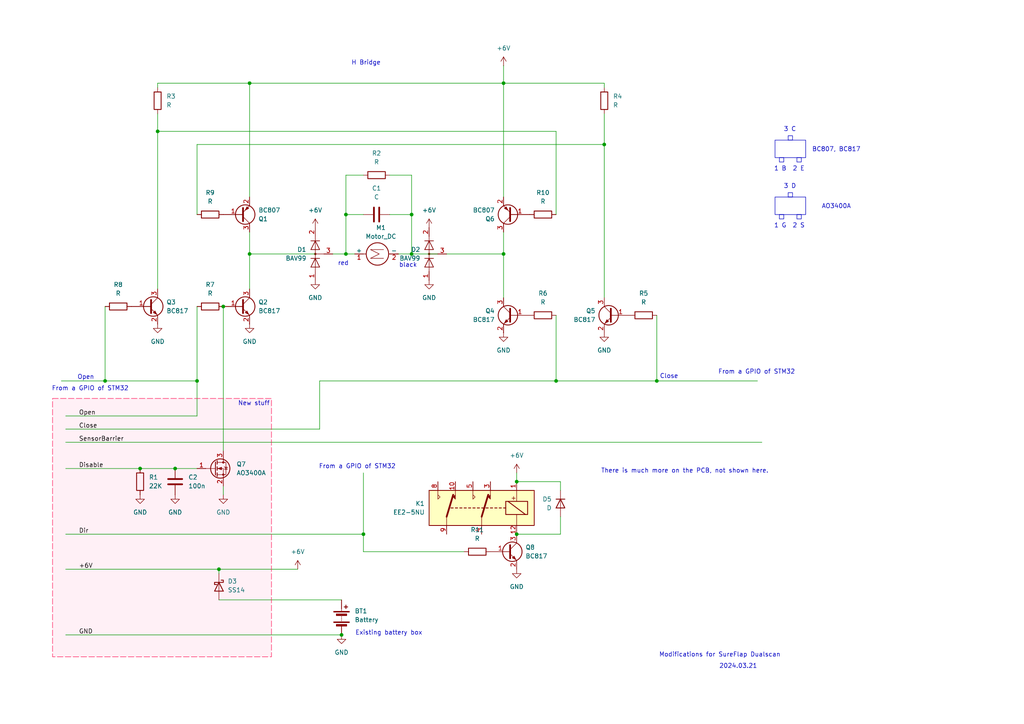
<source format=kicad_sch>
(kicad_sch (version 20231120) (generator "eeschema") (generator_version "8.0")
  (paper "A4")
  (lib_symbols
    (symbol "Device:Battery" (pin_numbers hide) (pin_names (offset 0) hide)
      (property "Reference" "BT" (at 2.54 2.54 0))
      (property "Value" "Battery" (at 2.54 0 0))
      (symbol "Battery_0_1"
        (rectangle (start -2.286 -1.27) (end 2.286 -1.524) (fill (type outline)))
        (rectangle (start -2.286 1.778) (end 2.286 1.524) (fill (type outline)))
        (rectangle (start -1.524 -2.032) (end 1.524 -2.54) (fill (type outline)))
        (rectangle (start -1.524 1.016) (end 1.524 0.508) (fill (type outline)))
        (polyline (pts (xy 0 -1.016) (xy 0 -0.762)))
        (polyline (pts (xy 0 -0.508) (xy 0 -0.254)))
        (polyline (pts (xy 0 0) (xy 0 0.254)))
        (polyline (pts (xy 0 1.778) (xy 0 2.54)))
        (polyline (pts (xy 0.762 3.048) (xy 1.778 3.048)) (stroke (width 0.254)))
        (polyline (pts (xy 1.27 3.556) (xy 1.27 2.54)) (stroke (width 0.254)))
      )
      (symbol "Battery_1_1"
        (pin passive line (at 0 5.08 270) (length 2.54) (name "+") (number "1"))
        (pin passive line (at 0 -5.08 90) (length 2.54) (name "-") (number "2"))
      )
    )
    (symbol "Device:C" (pin_numbers hide) (pin_names (offset 0.254))
      (property "Reference" "C" (at 0.635 2.54 0))
      (property "Value" "C" (at 0.635 -2.54 0))
      (symbol "C_0_1"
        (polyline (pts (xy -2.032 -0.762) (xy 2.032 -0.762)) (stroke (width 0.508)))
        (polyline (pts (xy -2.032 0.762) (xy 2.032 0.762)) (stroke (width 0.508)))
      )
      (symbol "C_1_1"
        (pin passive line (at 0 3.81 270) (length 2.794) (name "~") (number "1"))
        (pin passive line (at 0 -3.81 90) (length 2.794) (name "~") (number "2"))
      )
    )
    (symbol "Device:D" (pin_numbers hide) (pin_names (offset 1.016) hide)
      (property "Reference" "D" (at 0 2.54 0))
      (property "Value" "D" (at 0 -2.54 0))
      (symbol "D_0_1"
        (polyline (pts (xy -1.27 1.27) (xy -1.27 -1.27)) (stroke (width 0.254)))
        (polyline (pts (xy 1.27 0) (xy -1.27 0)))
        (polyline (pts (xy 1.27 1.27) (xy 1.27 -1.27) (xy -1.27 0) (xy 1.27 1.27)) (stroke (width 0.254)))
      )
      (symbol "D_1_1"
        (pin passive line (at -3.81 0 0) (length 2.54) (name "K") (number "1"))
        (pin passive line (at 3.81 0 180) (length 2.54) (name "A") (number "2"))
      )
    )
    (symbol "Device:R" (pin_numbers hide) (pin_names (offset 0))
      (property "Reference" "R" (at 2.032 0 90))
      (property "Value" "R" (at 0 0 90))
      (symbol "R_0_1"
        (rectangle (start -1.016 -2.54) (end 1.016 2.54) (stroke (width 0.254)))
      )
      (symbol "R_1_1"
        (pin passive line (at 0 3.81 270) (length 1.27) (name "~") (number "1"))
        (pin passive line (at 0 -3.81 90) (length 1.27) (name "~") (number "2"))
      )
    )
    (symbol "Diode:BAV99" (pin_names hide)
      (property "Reference" "D" (at 0 5.08 0))
      (property "Value" "BAV99" (at 0 2.54 0))
      (symbol "BAV99_0_1"
        (polyline (pts (xy -5.08 0) (xy 5.08 0)))
      )
      (symbol "BAV99_1_1"
        (polyline (pts (xy 0 0) (xy 0 -2.54)))
        (polyline (pts (xy -1.27 -1.27) (xy -1.27 1.27) (xy -1.27 1.27)) (stroke (width 0.2032)))
        (polyline (pts (xy 3.81 1.27) (xy 3.81 -1.27) (xy 3.81 -1.27)) (stroke (width 0.2032)))
        (polyline (pts (xy -3.81 1.27) (xy -1.27 0) (xy -3.81 -1.27) (xy -3.81 1.27) (xy -3.81 1.27) (xy -3.81 1.27)) (stroke (width 0.2032)))
        (polyline (pts (xy 1.27 1.27) (xy 3.81 0) (xy 1.27 -1.27) (xy 1.27 1.27) (xy 1.27 1.27) (xy 1.27 1.27)) (stroke (width 0.2032)))
        (circle (center 0 0) (radius 0.254) (fill (type outline)))
        (pin passive line (at -7.62 0 0) (length 2.54) (name "K") (number "1"))
        (pin passive line (at 7.62 0 180) (length 2.54) (name "A") (number "2"))
        (pin passive line (at 0 -5.08 90) (length 2.54) (name "K") (number "3"))
      )
    )
    (symbol "Diode:SS14" (pin_numbers hide) (pin_names (offset 1.016) hide)
      (property "Reference" "D" (at 0 2.54 0))
      (property "Value" "SS14" (at 0 -2.54 0))
      (symbol "SS14_0_1"
        (polyline (pts (xy 1.27 0) (xy -1.27 0)))
        (polyline (pts (xy 1.27 1.27) (xy 1.27 -1.27) (xy -1.27 0) (xy 1.27 1.27)) (stroke (width 0.254)))
        (polyline (pts (xy -1.905 0.635) (xy -1.905 1.27) (xy -1.27 1.27) (xy -1.27 -1.27) (xy -0.635 -1.27) (xy -0.635 -0.635)) (stroke (width 0.254)))
      )
      (symbol "SS14_1_1"
        (pin passive line (at -3.81 0 0) (length 2.54) (name "K") (number "1"))
        (pin passive line (at 3.81 0 180) (length 2.54) (name "A") (number "2"))
      )
    )
    (symbol "Motor:Motor_DC" (pin_names (offset 0))
      (property "Reference" "M" (at 2.54 2.54 0))
      (property "Value" "Motor_DC" (at 2.54 -5.08 0))
      (symbol "Motor_DC_0_0"
        (polyline (pts (xy -1.27 -3.302) (xy -1.27 0.508) (xy 0 -2.032) (xy 1.27 0.508) (xy 1.27 -3.302)))
      )
      (symbol "Motor_DC_0_1"
        (circle (center 0 -1.524) (radius 3.2512) (stroke (width 0.254)))
        (polyline (pts (xy 0 -7.62) (xy 0 -7.112)))
        (polyline (pts (xy 0 -4.7752) (xy 0 -5.1816)))
        (polyline (pts (xy 0 1.7272) (xy 0 2.0828)))
        (polyline (pts (xy 0 2.032) (xy 0 2.54)))
      )
      (symbol "Motor_DC_1_1"
        (pin passive line (at 0 5.08 270) (length 2.54) (name "+") (number "1"))
        (pin passive line (at 0 -7.62 90) (length 2.54) (name "-") (number "2"))
      )
    )
    (symbol "Relay:EE2-5NU"
      (property "Reference" "K" (at 15.24 8.89 0))
      (property "Value" "EE2-5NU" (at 19.05 6.35 0))
      (symbol "EE2-5NU_1_1"
        (rectangle (start -15.24 5.08) (end 15.24 -5.08) (stroke (width 0.254)) (fill (type background)))
        (rectangle (start -13.335 1.905) (end -6.985 -1.905) (stroke (width 0.254)))
        (polyline (pts (xy -12.7 -1.905) (xy -7.62 1.905)) (stroke (width 0.254)))
        (polyline (pts (xy -10.16 -5.08) (xy -10.16 -1.905)))
        (polyline (pts (xy -10.16 5.08) (xy -10.16 1.905)))
        (polyline (pts (xy -6.985 0) (xy -6.35 0)) (stroke (width 0.254)))
        (polyline (pts (xy -5.715 0) (xy -5.08 0)) (stroke (width 0.254)))
        (polyline (pts (xy -4.445 0) (xy -3.81 0)) (stroke (width 0.254)))
        (polyline (pts (xy -3.175 0) (xy -2.54 0)) (stroke (width 0.254)))
        (polyline (pts (xy -1.905 0) (xy -1.27 0)) (stroke (width 0.254)))
        (polyline (pts (xy -0.635 0) (xy 0 0)) (stroke (width 0.254)))
        (polyline (pts (xy 0 -2.54) (xy -1.905 3.81)) (stroke (width 0.508)))
        (polyline (pts (xy 0 -2.54) (xy 0 -5.08)))
        (polyline (pts (xy 0.635 0) (xy 1.27 0)) (stroke (width 0.254)))
        (polyline (pts (xy 1.905 0) (xy 2.54 0)) (stroke (width 0.254)))
        (polyline (pts (xy 3.175 0) (xy 3.81 0)) (stroke (width 0.254)))
        (polyline (pts (xy 4.445 0) (xy 5.08 0)) (stroke (width 0.254)))
        (polyline (pts (xy 5.715 0) (xy 6.35 0)) (stroke (width 0.254)))
        (polyline (pts (xy 6.985 0) (xy 7.62 0)) (stroke (width 0.254)))
        (polyline (pts (xy 8.255 0) (xy 8.89 0)) (stroke (width 0.254)))
        (polyline (pts (xy 10.16 -2.54) (xy 8.255 3.81)) (stroke (width 0.508)))
        (polyline (pts (xy 10.16 -2.54) (xy 10.16 -5.08)))
        (polyline (pts (xy -2.54 5.08) (xy -2.54 2.54) (xy -1.905 3.175) (xy -2.54 3.81)) (fill (type outline)))
        (polyline (pts (xy 2.54 5.08) (xy 2.54 2.54) (xy 1.905 3.175) (xy 2.54 3.81)))
        (polyline (pts (xy 7.62 5.08) (xy 7.62 2.54) (xy 8.255 3.175) (xy 7.62 3.81)) (fill (type outline)))
        (polyline (pts (xy 12.7 5.08) (xy 12.7 2.54) (xy 12.065 3.175) (xy 12.7 3.81)))
        (text "+" (at -9.271 2.921 0) (effects (font (size 1.27 1.27))))
        (pin passive line (at -10.16 7.62 270) (length 2.54) (name "~") (number "1"))
        (pin passive line (at 7.62 7.62 270) (length 2.54) (name "~") (number "10"))
        (pin passive line (at -10.16 -7.62 90) (length 2.54) (name "~") (number "12"))
        (pin passive line (at -2.54 7.62 270) (length 2.54) (name "~") (number "3"))
        (pin passive line (at 0 -7.62 90) (length 2.54) (name "~") (number "4"))
        (pin passive line (at 2.54 7.62 270) (length 2.54) (name "~") (number "5"))
        (pin passive line (at 12.7 7.62 270) (length 2.54) (name "~") (number "8"))
        (pin passive line (at 10.16 -7.62 90) (length 2.54) (name "~") (number "9"))
      )
    )
    (symbol "Transistor_BJT:BC807" (pin_names (offset 0) hide)
      (property "Reference" "Q" (at 5.08 1.905 0))
      (property "Value" "BC807" (at 5.08 0 0))
      (symbol "BC807_0_1"
        (polyline (pts (xy 0.635 0.635) (xy 2.54 2.54)))
        (polyline (pts (xy 0.635 -0.635) (xy 2.54 -2.54) (xy 2.54 -2.54)))
        (polyline (pts (xy 0.635 1.905) (xy 0.635 -1.905) (xy 0.635 -1.905)) (stroke (width 0.508)))
        (polyline (pts (xy 2.286 -1.778) (xy 1.778 -2.286) (xy 1.27 -1.27) (xy 2.286 -1.778) (xy 2.286 -1.778)) (fill (type outline)))
        (circle (center 1.27 0) (radius 2.8194) (stroke (width 0.254)))
      )
      (symbol "BC807_1_1"
        (pin input line (at -5.08 0 0) (length 5.715) (name "B") (number "1"))
        (pin passive line (at 2.54 -5.08 90) (length 2.54) (name "E") (number "2"))
        (pin passive line (at 2.54 5.08 270) (length 2.54) (name "C") (number "3"))
      )
    )
    (symbol "Transistor_BJT:BC817" (pin_names (offset 0) hide)
      (property "Reference" "Q" (at 5.08 1.905 0))
      (property "Value" "BC817" (at 5.08 0 0))
      (symbol "BC817_0_1"
        (polyline (pts (xy 0.635 0.635) (xy 2.54 2.54)))
        (polyline (pts (xy 0.635 -0.635) (xy 2.54 -2.54) (xy 2.54 -2.54)))
        (polyline (pts (xy 0.635 1.905) (xy 0.635 -1.905) (xy 0.635 -1.905)) (stroke (width 0.508)))
        (polyline (pts (xy 1.27 -1.778) (xy 1.778 -1.27) (xy 2.286 -2.286) (xy 1.27 -1.778) (xy 1.27 -1.778)) (fill (type outline)))
        (circle (center 1.27 0) (radius 2.8194) (stroke (width 0.254)))
      )
      (symbol "BC817_1_1"
        (pin input line (at -5.08 0 0) (length 5.715) (name "B") (number "1"))
        (pin passive line (at 2.54 -5.08 90) (length 2.54) (name "E") (number "2"))
        (pin passive line (at 2.54 5.08 270) (length 2.54) (name "C") (number "3"))
      )
    )
    (symbol "Transistor_FET:AO3400A" (pin_names hide)
      (property "Reference" "Q" (at 5.08 1.905 0))
      (property "Value" "AO3400A" (at 5.08 0 0))
      (symbol "AO3400A_0_1"
        (polyline (pts (xy 0.254 0) (xy -2.54 0)))
        (polyline (pts (xy 0.254 1.905) (xy 0.254 -1.905)) (stroke (width 0.254)))
        (polyline (pts (xy 0.762 -1.27) (xy 0.762 -2.286)) (stroke (width 0.254)))
        (polyline (pts (xy 0.762 0.508) (xy 0.762 -0.508)) (stroke (width 0.254)))
        (polyline (pts (xy 0.762 2.286) (xy 0.762 1.27)) (stroke (width 0.254)))
        (polyline (pts (xy 2.54 2.54) (xy 2.54 1.778)))
        (polyline (pts (xy 2.54 -2.54) (xy 2.54 0) (xy 0.762 0)))
        (polyline (pts (xy 0.762 -1.778) (xy 3.302 -1.778) (xy 3.302 1.778) (xy 0.762 1.778)))
        (polyline (pts (xy 1.016 0) (xy 2.032 0.381) (xy 2.032 -0.381) (xy 1.016 0)) (fill (type outline)))
        (polyline (pts (xy 2.794 0.508) (xy 2.921 0.381) (xy 3.683 0.381) (xy 3.81 0.254)))
        (polyline (pts (xy 3.302 0.381) (xy 2.921 -0.254) (xy 3.683 -0.254) (xy 3.302 0.381)))
        (circle (center 1.651 0) (radius 2.794) (stroke (width 0.254)))
        (circle (center 2.54 -1.778) (radius 0.254) (fill (type outline)))
        (circle (center 2.54 1.778) (radius 0.254) (fill (type outline)))
      )
      (symbol "AO3400A_1_1"
        (pin input line (at -5.08 0 0) (length 2.54) (name "G") (number "1"))
        (pin passive line (at 2.54 -5.08 90) (length 2.54) (name "S") (number "2"))
        (pin passive line (at 2.54 5.08 270) (length 2.54) (name "D") (number "3"))
      )
    )
    (symbol "power:+6V" (power) (pin_numbers hide) (pin_names (offset 0) hide)
      (property "Value" "+6V" (at 0 3.556 0))
      (symbol "+6V_0_1"
        (polyline (pts (xy -0.762 1.27) (xy 0 2.54)))
        (polyline (pts (xy 0 0) (xy 0 2.54)))
        (polyline (pts (xy 0 2.54) (xy 0.762 1.27)))
      )
      (symbol "+6V_1_1"
        (pin power_in line (at 0 0 90) (length 0) (name "~") (number "1"))
      )
    )
    (symbol "power:GND" (power) (pin_numbers hide) (pin_names (offset 0) hide)
      (property "Value" "GND" (at 0 -3.81 0))
      (symbol "GND_0_1"
        (polyline (pts (xy 0 0) (xy 0 -1.27) (xy 1.27 -1.27) (xy 0 -2.54) (xy -1.27 -1.27) (xy 0 -1.27)))
      )
      (symbol "GND_1_1"
        (pin power_in line (at 0 0 270) (length 0) (name "~") (number "1"))
      )
    )
  )
  (junction (at 149.86 139.7))
  (junction (at 175.26 41.91))
  (junction (at 105.41 154.94))
  (junction (at 146.05 24.13))
  (junction (at 40.64 135.89))
  (junction (at 190.5 110.49))
  (junction (at 50.8 135.89))
  (junction (at 72.39 24.13))
  (junction (at 45.72 38.1))
  (junction (at 100.33 73.66))
  (junction (at 161.29 110.49))
  (junction (at 99.06 184.15))
  (junction (at 72.39 73.66))
  (junction (at 146.05 73.66))
  (junction (at 64.77 88.9))
  (junction (at 149.86 154.94))
  (junction (at 57.15 110.49))
  (junction (at 100.33 62.23))
  (junction (at 119.38 62.23))
  (junction (at 30.48 110.49))
  (junction (at 63.5 165.1))
  (junction (at 119.38 73.66))
  (wire (pts (xy 190.5 91.44) (xy 190.5 110.49)))
  (wire (pts (xy 161.29 110.49) (xy 92.71 110.49)))
  (wire (pts (xy 162.56 139.7) (xy 149.86 139.7)))
  (wire (pts (xy 91.44 73.66) (xy 72.39 73.66)))
  (wire (pts (xy 19.05 184.15) (xy 99.06 184.15)))
  (wire (pts (xy 19.05 154.94) (xy 105.41 154.94)))
  (wire (pts (xy 162.56 149.86) (xy 162.56 154.94)))
  (wire (pts (xy 72.39 24.13) (xy 146.05 24.13)))
  (wire (pts (xy 175.26 41.91) (xy 175.26 86.36)))
  (wire (pts (xy 45.72 38.1) (xy 161.29 38.1)))
  (wire (pts (xy 129.54 73.66) (xy 146.05 73.66)))
  (wire (pts (xy 105.41 137.16) (xy 105.41 154.94)))
  (wire (pts (xy 100.33 73.66) (xy 102.87 73.66)))
  (wire (pts (xy 113.03 62.23) (xy 119.38 62.23)))
  (wire (pts (xy 161.29 38.1) (xy 161.29 62.23)))
  (wire (pts (xy 57.15 110.49) (xy 57.15 120.65)))
  (wire (pts (xy 45.72 24.13) (xy 72.39 24.13)))
  (wire (pts (xy 19.05 165.1) (xy 63.5 165.1)))
  (wire (pts (xy 146.05 24.13) (xy 146.05 57.15)))
  (wire (pts (xy 50.8 135.89) (xy 57.15 135.89)))
  (wire (pts (xy 146.05 24.13) (xy 175.26 24.13)))
  (wire (pts (xy 40.64 135.89) (xy 50.8 135.89)))
  (wire (pts (xy 64.77 143.51) (xy 64.77 140.97)))
  (wire (pts (xy 45.72 33.02) (xy 45.72 38.1)))
  (wire (pts (xy 86.36 165.1) (xy 63.5 165.1)))
  (wire (pts (xy 146.05 67.31) (xy 146.05 73.66)))
  (wire (pts (xy 134.62 160.02) (xy 105.41 160.02)))
  (wire (pts (xy 105.41 160.02) (xy 105.41 154.94)))
  (wire (pts (xy 100.33 50.8) (xy 100.33 62.23)))
  (wire (pts (xy 72.39 73.66) (xy 72.39 67.31)))
  (wire (pts (xy 19.05 128.27) (xy 220.98 128.27)))
  (wire (pts (xy 72.39 24.13) (xy 72.39 57.15)))
  (wire (pts (xy 149.86 137.16) (xy 149.86 139.7)))
  (wire (pts (xy 57.15 41.91) (xy 175.26 41.91)))
  (wire (pts (xy 57.15 88.9) (xy 57.15 110.49)))
  (wire (pts (xy 19.05 124.46) (xy 92.71 124.46)))
  (wire (pts (xy 161.29 91.44) (xy 161.29 110.49)))
  (wire (pts (xy 19.05 135.89) (xy 40.64 135.89)))
  (wire (pts (xy 19.05 120.65) (xy 57.15 120.65)))
  (wire (pts (xy 45.72 38.1) (xy 45.72 83.82)))
  (wire (pts (xy 146.05 73.66) (xy 146.05 86.36)))
  (wire (pts (xy 119.38 62.23) (xy 119.38 73.66)))
  (wire (pts (xy 45.72 24.13) (xy 45.72 25.4)))
  (wire (pts (xy 162.56 142.24) (xy 162.56 139.7)))
  (wire (pts (xy 119.38 73.66) (xy 127 73.66)))
  (wire (pts (xy 100.33 62.23) (xy 105.41 62.23)))
  (wire (pts (xy 92.71 110.49) (xy 92.71 124.46)))
  (wire (pts (xy 30.48 88.9) (xy 30.48 110.49)))
  (wire (pts (xy 64.77 88.9) (xy 64.77 130.81)))
  (wire (pts (xy 162.56 154.94) (xy 149.86 154.94)))
  (wire (pts (xy 146.05 19.05) (xy 146.05 24.13)))
  (wire (pts (xy 96.52 73.66) (xy 100.33 73.66)))
  (wire (pts (xy 17.78 110.49) (xy 30.48 110.49)))
  (wire (pts (xy 161.29 110.49) (xy 190.5 110.49)))
  (wire (pts (xy 30.48 110.49) (xy 57.15 110.49)))
  (wire (pts (xy 119.38 62.23) (xy 119.38 50.8)))
  (wire (pts (xy 57.15 62.23) (xy 57.15 41.91)))
  (wire (pts (xy 99.06 173.99) (xy 63.5 173.99)))
  (wire (pts (xy 100.33 73.66) (xy 100.33 62.23)))
  (wire (pts (xy 63.5 165.1) (xy 63.5 166.37)))
  (wire (pts (xy 119.38 50.8) (xy 113.03 50.8)))
  (wire (pts (xy 105.41 50.8) (xy 100.33 50.8)))
  (wire (pts (xy 175.26 33.02) (xy 175.26 41.91)))
  (wire (pts (xy 190.5 110.49) (xy 219.71 110.49)))
  (wire (pts (xy 72.39 73.66) (xy 72.39 83.82)))
  (wire (pts (xy 115.57 73.66) (xy 119.38 73.66)))
  (wire (pts (xy 175.26 24.13) (xy 175.26 25.4)))
  (rectangle (start 231.14 62.23) (end 232.41 63.5))
  (rectangle (start 228.6 55.88) (end 229.87 57.15))
  (rectangle (start 224.79 57.15) (end 233.68 62.23))
  (rectangle (start 231.14 45.72) (end 232.41 46.99))
  (rectangle (start 224.79 40.64) (end 233.68 45.72))
  (rectangle (start 228.6 39.37) (end 229.87 40.64))
  (rectangle (start 226.06 62.23) (end 227.33 63.5))
  (rectangle (start 226.06 45.72) (end 227.33 46.99))
  (rectangle (start 15.24 115.57) (end 78.74 190.5) (stroke (width 0) (type dash) (color 255 26 91 1)) (fill (type color) (color 255 102 169 0.1)))
  (text "Existing battery box" (at 112.776 183.642 0) (effects (font (size 1.27 1.27))))
  (text "Open" (at 24.892 109.474 0) (effects (font (size 1.27 1.27))))
  (text "2 E" (at 231.648 49.022 0) (effects (font (size 1.27 1.27))))
  (text "2 S" (at 231.648 65.532 0) (effects (font (size 1.27 1.27))))
  (text "1 B" (at 226.314 49.022 0) (effects (font (size 1.27 1.27))))
  (text "black" (at 118.364 76.962 0) (effects (font (size 1.27 1.27))))
  (text "From a GPIO of STM32" (at 219.456 107.95 0) (effects (font (size 1.27 1.27))))
  (text "red" (at 99.568 76.454 0) (effects (font (size 1.27 1.27))))
  (text "From a GPIO of STM32" (at 103.632 135.382 0) (effects (font (size 1.27 1.27))))
  (text "Close" (at 194.056 109.22 0) (effects (font (size 1.27 1.27))))
  (text "2024.03.21" (at 214.122 193.294 0) (effects (font (size 1.27 1.27))))
  (text "BC807, BC817" (at 242.57 43.434 0) (effects (font (size 1.27 1.27))))
  (text "AO3400A" (at 242.57 59.944 0) (effects (font (size 1.27 1.27))))
  (text "H Bridge\n" (at 106.172 18.288 0) (effects (font (size 1.27 1.27))))
  (text "There is much more on the PCB, not shown here." (at 198.628 136.652 0) (effects (font (size 1.27 1.27))))
  (text "Modifications for SureFlap Dualscan" (at 208.788 189.992 0) (effects (font (size 1.27 1.27))))
  (text "New stuff" (at 73.66 117.094 0) (effects (font (size 1.27 1.27))))
  (text "3 C" (at 229.108 37.592 0) (effects (font (size 1.27 1.27))))
  (text "3 D" (at 229.108 54.102 0) (effects (font (size 1.27 1.27))))
  (text "1 G" (at 226.314 65.532 0) (effects (font (size 1.27 1.27))))
  (text "From a GPIO of STM32" (at 26.162 112.776 0) (effects (font (size 1.27 1.27))))
  (label "Open" (at 22.86 120.65 0))
  (label "Close" (at 22.86 124.46 0))
  (label "GND" (at 22.86 184.15 0))
  (label "Disable" (at 22.86 135.89 0))
  (label "Dir" (at 22.86 154.94 0))
  (label "SensorBarrier" (at 22.86 128.27 0))
  (label "+6V" (at 22.86 165.1 0))
  (symbol (lib_id "power:+6V") (at 149.86 137.16 0) (mirror y) (unit 1)
    (property "Reference" "#PWR012" (effects (hide yes)))
    (property "Value" "+6V" (at 149.86 132.08 0))
    (property "Description" "Power symbol creates a global label with name \"+6V\"" (effects (hide yes)))
  )
  (symbol (lib_id "Device:D") (at 162.56 146.05 90) (mirror x) (unit 1)
    (property "Reference" "D5" (at 160.02 144.7799 90) (effects (justify left)))
    (property "Value" "D" (at 160.02 147.3199 90) (effects (justify left)))
    (property "Description" "Diode" (effects (hide yes)))
    (property "Sim.Device" "D" (effects (hide yes)))
    (property "Sim.Pins" "1=K 2=A" (effects (hide yes)))
  )
  (symbol (lib_id "power:GND") (at 175.26 96.52 0) (unit 1)
    (property "Reference" "#PWR06" (effects (hide yes)))
    (property "Value" "GND" (at 175.26 101.6 0))
    (property "Description" "Power symbol creates a global label with name \"GND\" , ground" (effects (hide yes)))
  )
  (symbol (lib_id "Diode:BAV99") (at 124.46 73.66 90) (unit 1)
    (property "Reference" "D2" (at 121.92 72.3899 90) (effects (justify left)))
    (property "Value" "BAV99" (at 121.92 74.9299 90) (effects (justify left)))
    (property "Footprint" "Package_TO_SOT_SMD:SOT-23" (effects (hide yes)))
    (property "Datasheet" "https://assets.nexperia.com/documents/data-sheet/BAV99_SER.pdf" (effects (hide yes)))
    (property "Description" "BAV99 High-speed switching diodes, SOT-23" (effects (hide yes)))
  )
  (symbol (lib_id "Relay:EE2-5NU") (at 139.7 147.32 0) (mirror y) (unit 1)
    (property "Reference" "K1" (at 123.19 146.0499 0) (effects (justify left)))
    (property "Value" "EE2-5NU" (at 123.19 148.5899 0) (effects (justify left)))
    (property "Footprint" "Relay_SMD:Relay_DPDT_Kemet_EE2_NU" (effects (hide yes)))
    (property "Datasheet" "https://content.kemet.com/datasheets/KEM_R7002_EC2_EE2.pdf" (effects (hide yes)))
    (property "Description" "General purpose signal relay, Kemet EE2 Series, DPDT (2 Form C), non-latching, SMD, 60W/125VA, 220VDC/250VAC, 2A, 5V DC coil" (effects (hide yes)))
  )
  (symbol (lib_id "power:+6V") (at 124.46 66.04 0) (unit 1)
    (property "Reference" "#PWR07" (effects (hide yes)))
    (property "Value" "+6V" (at 124.46 60.96 0))
    (property "Description" "Power symbol creates a global label with name \"+6V\"" (effects (hide yes)))
  )
  (symbol (lib_id "power:+6V") (at 91.44 66.04 0) (unit 1)
    (property "Reference" "#PWR08" (effects (hide yes)))
    (property "Value" "+6V" (at 91.44 60.96 0))
    (property "Description" "Power symbol creates a global label with name \"+6V\"" (effects (hide yes)))
  )
  (symbol (lib_id "power:GND") (at 72.39 93.98 0) (unit 1)
    (property "Reference" "#PWR04" (effects (hide yes)))
    (property "Value" "GND" (at 72.39 99.06 0))
    (property "Description" "Power symbol creates a global label with name \"GND\" , ground" (effects (hide yes)))
  )
  (symbol (lib_id "Diode:BAV99") (at 91.44 73.66 90) (unit 1)
    (property "Reference" "D1" (at 88.9 72.3899 90) (effects (justify left)))
    (property "Value" "BAV99" (at 88.9 74.9299 90) (effects (justify left)))
    (property "Footprint" "Package_TO_SOT_SMD:SOT-23" (effects (hide yes)))
    (property "Datasheet" "https://assets.nexperia.com/documents/data-sheet/BAV99_SER.pdf" (effects (hide yes)))
    (property "Description" "BAV99 High-speed switching diodes, SOT-23" (effects (hide yes)))
  )
  (symbol (lib_id "Diode:SS14") (at 63.5 170.18 270) (unit 1)
    (property "Reference" "D3" (at 66.04 168.5924 90) (effects (justify left)))
    (property "Value" "SS14" (at 66.04 171.1324 90) (effects (justify left)))
    (property "Footprint" "Diode_SMD:D_SMA" (effects (hide yes)))
    (property "Datasheet" "https://www.vishay.com/docs/88746/ss12.pdf" (effects (hide yes)))
    (property "Description" "40V 1A Schottky Diode, SMA" (effects (hide yes)))
  )
  (symbol (lib_id "Device:R") (at 186.69 91.44 90) (unit 1)
    (property "Reference" "R5" (at 186.69 85.09 90))
    (property "Value" "R" (at 186.69 87.63 90))
    (property "Description" "Resistor" (effects (hide yes)))
  )
  (symbol (lib_id "Device:R") (at 60.96 62.23 90) (unit 1)
    (property "Reference" "R9" (at 60.96 55.88 90))
    (property "Value" "R" (at 60.96 58.42 90))
    (property "Description" "Resistor" (effects (hide yes)))
  )
  (symbol (lib_id "power:GND") (at 124.46 81.28 0) (unit 1)
    (property "Reference" "#PWR09" (effects (hide yes)))
    (property "Value" "GND" (at 124.46 86.36 0))
    (property "Description" "Power symbol creates a global label with name \"GND\" , ground" (effects (hide yes)))
  )
  (symbol (lib_id "Transistor_BJT:BC807") (at 148.59 62.23 180) (unit 1)
    (property "Reference" "Q6" (at 143.51 63.5001 0) (effects (justify left)))
    (property "Value" "BC807" (at 143.51 60.9601 0) (effects (justify left)))
    (property "Footprint" "Package_TO_SOT_SMD:SOT-23" (effects (hide yes)))
    (property "Datasheet" "https://www.onsemi.com/pub/Collateral/BC808-D.pdf" (effects (hide yes)))
    (property "Description" "0.8A Ic, 45V Vce, PNP Transistor, SOT-23" (effects (hide yes)))
  )
  (symbol (lib_id "power:GND") (at 146.05 96.52 0) (unit 1)
    (property "Reference" "#PWR05" (effects (hide yes)))
    (property "Value" "GND" (at 146.05 101.6 0))
    (property "Description" "Power symbol creates a global label with name \"GND\" , ground" (effects (hide yes)))
  )
  (symbol (lib_id "Device:C") (at 50.8 139.7 0) (unit 1)
    (property "Reference" "C2" (at 54.61 138.4299 0) (effects (justify left)))
    (property "Value" "100n" (at 54.61 140.9699 0) (effects (justify left)))
    (property "Description" "Unpolarized capacitor" (effects (hide yes)))
  )
  (symbol (lib_id "Transistor_BJT:BC817") (at 147.32 160.02 0) (unit 1)
    (property "Reference" "Q8" (at 152.4 158.7499 0) (effects (justify left)))
    (property "Value" "BC817" (at 152.4 161.2899 0) (effects (justify left)))
    (property "Footprint" "Package_TO_SOT_SMD:SOT-23" (effects (hide yes)))
    (property "Datasheet" "https://www.onsemi.com/pub/Collateral/BC818-D.pdf" (effects (hide yes)))
    (property "Description" "0.8A Ic, 45V Vce, NPN Transistor, SOT-23" (effects (hide yes)))
  )
  (symbol (lib_id "Device:Battery") (at 99.06 179.07 0) (unit 1)
    (property "Reference" "BT1" (at 102.87 177.2284 0) (effects (justify left)))
    (property "Value" "Battery" (at 102.87 179.7684 0) (effects (justify left)))
    (property "Description" "Multiple-cell battery" (effects (hide yes)))
  )
  (symbol (lib_id "Transistor_BJT:BC817") (at 43.18 88.9 0) (unit 1)
    (property "Reference" "Q3" (at 48.26 87.6299 0) (effects (justify left)))
    (property "Value" "BC817" (at 48.26 90.1699 0) (effects (justify left)))
    (property "Footprint" "Package_TO_SOT_SMD:SOT-23" (effects (hide yes)))
    (property "Datasheet" "https://www.onsemi.com/pub/Collateral/BC818-D.pdf" (effects (hide yes)))
    (property "Description" "0.8A Ic, 45V Vce, NPN Transistor, SOT-23" (effects (hide yes)))
  )
  (symbol (lib_id "power:GND") (at 50.8 143.51 0) (unit 1)
    (property "Reference" "#PWR016" (effects (hide yes)))
    (property "Value" "GND" (at 50.8 148.59 0))
    (property "Description" "Power symbol creates a global label with name \"GND\" , ground" (effects (hide yes)))
  )
  (symbol (lib_id "Transistor_BJT:BC817") (at 148.59 91.44 0) (mirror y) (unit 1)
    (property "Reference" "Q4" (at 143.51 90.1699 0) (effects (justify left)))
    (property "Value" "BC817" (at 143.51 92.7099 0) (effects (justify left)))
    (property "Footprint" "Package_TO_SOT_SMD:SOT-23" (effects (hide yes)))
    (property "Datasheet" "https://www.onsemi.com/pub/Collateral/BC818-D.pdf" (effects (hide yes)))
    (property "Description" "0.8A Ic, 45V Vce, NPN Transistor, SOT-23" (effects (hide yes)))
  )
  (symbol (lib_id "Transistor_BJT:BC807") (at 69.85 62.23 0) (mirror x) (unit 1)
    (property "Reference" "Q1" (at 74.93 63.5001 0) (effects (justify left)))
    (property "Value" "BC807" (at 74.93 60.9601 0) (effects (justify left)))
    (property "Footprint" "Package_TO_SOT_SMD:SOT-23" (effects (hide yes)))
    (property "Datasheet" "https://www.onsemi.com/pub/Collateral/BC808-D.pdf" (effects (hide yes)))
    (property "Description" "0.8A Ic, 45V Vce, PNP Transistor, SOT-23" (effects (hide yes)))
  )
  (symbol (lib_id "Device:R") (at 34.29 88.9 90) (unit 1)
    (property "Reference" "R8" (at 34.29 82.55 90))
    (property "Value" "R" (at 34.29 85.09 90))
    (property "Description" "Resistor" (effects (hide yes)))
  )
  (symbol (lib_id "power:+6V") (at 146.05 19.05 0) (unit 1)
    (property "Reference" "#PWR02" (effects (hide yes)))
    (property "Value" "+6V" (at 146.05 13.97 0))
    (property "Description" "Power symbol creates a global label with name \"+6V\"" (effects (hide yes)))
  )
  (symbol (lib_id "Transistor_BJT:BC817") (at 177.8 91.44 0) (mirror y) (unit 1)
    (property "Reference" "Q5" (at 172.72 90.1699 0) (effects (justify left)))
    (property "Value" "BC817" (at 172.72 92.7099 0) (effects (justify left)))
    (property "Footprint" "Package_TO_SOT_SMD:SOT-23" (effects (hide yes)))
    (property "Datasheet" "https://www.onsemi.com/pub/Collateral/BC818-D.pdf" (effects (hide yes)))
    (property "Description" "0.8A Ic, 45V Vce, NPN Transistor, SOT-23" (effects (hide yes)))
  )
  (symbol (lib_id "power:GND") (at 91.44 81.28 0) (unit 1)
    (property "Reference" "#PWR010" (effects (hide yes)))
    (property "Value" "GND" (at 91.44 86.36 0))
    (property "Description" "Power symbol creates a global label with name \"GND\" , ground" (effects (hide yes)))
  )
  (symbol (lib_id "power:+6V") (at 86.36 165.1 0) (unit 1)
    (property "Reference" "#PWR015" (effects (hide yes)))
    (property "Value" "+6V" (at 86.36 160.02 0))
    (property "Description" "Power symbol creates a global label with name \"+6V\"" (effects (hide yes)))
  )
  (symbol (lib_id "Device:C") (at 109.22 62.23 90) (unit 1)
    (property "Reference" "C1" (at 109.22 54.61 90))
    (property "Value" "C" (at 109.22 57.15 90))
    (property "Description" "Unpolarized capacitor" (effects (hide yes)))
  )
  (symbol (lib_id "power:GND") (at 149.86 165.1 0) (mirror y) (unit 1)
    (property "Reference" "#PWR013" (effects (hide yes)))
    (property "Value" "GND" (at 149.86 170.18 0))
    (property "Description" "Power symbol creates a global label with name \"GND\" , ground" (effects (hide yes)))
  )
  (symbol (lib_id "Device:R") (at 138.43 160.02 270) (mirror x) (unit 1)
    (property "Reference" "R11" (at 138.43 153.67 90))
    (property "Value" "R" (at 138.43 156.21 90))
    (property "Description" "Resistor" (effects (hide yes)))
  )
  (symbol (lib_id "power:GND") (at 40.64 143.51 0) (unit 1)
    (property "Reference" "#PWR011" (effects (hide yes)))
    (property "Value" "GND" (at 40.64 148.59 0))
    (property "Description" "Power symbol creates a global label with name \"GND\" , ground" (effects (hide yes)))
  )
  (symbol (lib_id "power:GND") (at 45.72 93.98 0) (unit 1)
    (property "Reference" "#PWR03" (effects (hide yes)))
    (property "Value" "GND" (at 45.72 99.06 0))
    (property "Description" "Power symbol creates a global label with name \"GND\" , ground" (effects (hide yes)))
  )
  (symbol (lib_id "Device:R") (at 175.26 29.21 0) (unit 1)
    (property "Reference" "R4" (at 177.8 27.9399 0) (effects (justify left)))
    (property "Value" "R" (at 177.8 30.4799 0) (effects (justify left)))
    (property "Description" "Resistor" (effects (hide yes)))
  )
  (symbol (lib_id "Device:R") (at 45.72 29.21 0) (unit 1)
    (property "Reference" "R3" (at 48.26 27.9399 0) (effects (justify left)))
    (property "Value" "R" (at 48.26 30.4799 0) (effects (justify left)))
    (property "Description" "Resistor" (effects (hide yes)))
  )
  (symbol (lib_id "power:GND") (at 99.06 184.15 0) (unit 1)
    (property "Reference" "#PWR014" (effects (hide yes)))
    (property "Value" "GND" (at 99.06 189.23 0))
    (property "Description" "Power symbol creates a global label with name \"GND\" , ground" (effects (hide yes)))
  )
  (symbol (lib_id "Device:R") (at 40.64 139.7 180) (unit 1)
    (property "Reference" "R1" (at 43.18 138.4299 0) (effects (justify right)))
    (property "Value" "22K" (at 43.18 140.9699 0) (effects (justify right)))
    (property "Description" "Resistor" (effects (hide yes)))
  )
  (symbol (lib_id "Transistor_BJT:BC817") (at 69.85 88.9 0) (unit 1)
    (property "Reference" "Q2" (at 74.93 87.6299 0) (effects (justify left)))
    (property "Value" "BC817" (at 74.93 90.1699 0) (effects (justify left)))
    (property "Footprint" "Package_TO_SOT_SMD:SOT-23" (effects (hide yes)))
    (property "Datasheet" "https://www.onsemi.com/pub/Collateral/BC818-D.pdf" (effects (hide yes)))
    (property "Description" "0.8A Ic, 45V Vce, NPN Transistor, SOT-23" (effects (hide yes)))
  )
  (symbol (lib_id "Device:R") (at 157.48 62.23 90) (unit 1)
    (property "Reference" "R10" (at 157.48 55.88 90))
    (property "Value" "R" (at 157.48 58.42 90))
    (property "Description" "Resistor" (effects (hide yes)))
  )
  (symbol (lib_id "Motor:Motor_DC") (at 107.95 73.66 90) (unit 1)
    (property "Reference" "M1" (at 110.49 66.04 90))
    (property "Value" "Motor_DC" (at 110.49 68.58 90))
    (property "Description" "DC Motor" (effects (hide yes)))
  )
  (symbol (lib_id "Transistor_FET:AO3400A") (at 62.23 135.89 0) (unit 1)
    (property "Reference" "Q7" (at 68.58 134.6199 0) (effects (justify left)))
    (property "Value" "AO3400A" (at 68.58 137.1599 0) (effects (justify left)))
    (property "Footprint" "Package_TO_SOT_SMD:SOT-23" (effects (hide yes)))
    (property "Datasheet" "http://www.aosmd.com/pdfs/datasheet/AO3400A.pdf" (effects (hide yes)))
    (property "Description" "30V Vds, 5.7A Id, N-Channel MOSFET, SOT-23" (effects (hide yes)))
  )
  (symbol (lib_id "Device:R") (at 109.22 50.8 90) (unit 1)
    (property "Reference" "R2" (at 109.22 44.45 90))
    (property "Value" "R" (at 109.22 46.99 90))
    (property "Description" "Resistor" (effects (hide yes)))
  )
  (symbol (lib_id "Device:R") (at 60.96 88.9 90) (unit 1)
    (property "Reference" "R7" (at 60.96 82.55 90))
    (property "Value" "R" (at 60.96 85.09 90))
    (property "Description" "Resistor" (effects (hide yes)))
  )
  (symbol (lib_id "Device:R") (at 157.48 91.44 90) (unit 1)
    (property "Reference" "R6" (at 157.48 85.09 90))
    (property "Value" "R" (at 157.48 87.63 90))
    (property "Description" "Resistor" (effects (hide yes)))
  )
  (symbol (lib_id "power:GND") (at 64.77 143.51 0) (unit 1)
    (property "Reference" "#PWR01" (effects (hide yes)))
    (property "Value" "GND" (at 64.77 148.59 0))
    (property "Description" "Power symbol creates a global label with name \"GND\" , ground" (effects (hide yes)))
  )
)
</source>
